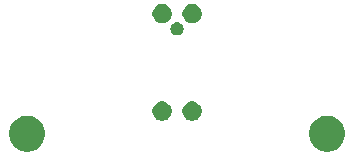
<source format=gbr>
G04 #@! TF.GenerationSoftware,KiCad,Pcbnew,(5.0.0)*
G04 #@! TF.CreationDate,2019-10-20T18:36:36-05:00*
G04 #@! TF.ProjectId,LaserDiode_Breakout_Hardware,4C6173657244696F64655F427265616B,rev?*
G04 #@! TF.SameCoordinates,Original*
G04 #@! TF.FileFunction,Soldermask,Bot*
G04 #@! TF.FilePolarity,Negative*
%FSLAX46Y46*%
G04 Gerber Fmt 4.6, Leading zero omitted, Abs format (unit mm)*
G04 Created by KiCad (PCBNEW (5.0.0)) date 10/20/19 18:36:36*
%MOMM*%
%LPD*%
G01*
G04 APERTURE LIST*
%ADD10C,0.100000*%
G04 APERTURE END LIST*
D10*
G36*
X-714712643Y109444913D02*
X-714565407Y109415626D01*
X-714288021Y109300729D01*
X-714189729Y109235052D01*
X-714038376Y109133921D01*
X-713826079Y108921624D01*
X-713826077Y108921621D01*
X-713659271Y108671979D01*
X-713544374Y108394593D01*
X-713485800Y108100121D01*
X-713485800Y107799879D01*
X-713544374Y107505407D01*
X-713659271Y107228021D01*
X-713824953Y106980062D01*
X-713826079Y106978376D01*
X-714038376Y106766079D01*
X-714038379Y106766077D01*
X-714288021Y106599271D01*
X-714565407Y106484374D01*
X-714712643Y106455087D01*
X-714859878Y106425800D01*
X-715160122Y106425800D01*
X-715307357Y106455087D01*
X-715454593Y106484374D01*
X-715731979Y106599271D01*
X-715981621Y106766077D01*
X-715981624Y106766079D01*
X-716193921Y106978376D01*
X-716195047Y106980062D01*
X-716360729Y107228021D01*
X-716475626Y107505407D01*
X-716534200Y107799879D01*
X-716534200Y108100121D01*
X-716475626Y108394593D01*
X-716360729Y108671979D01*
X-716193923Y108921621D01*
X-716193921Y108921624D01*
X-715981624Y109133921D01*
X-715830271Y109235052D01*
X-715731979Y109300729D01*
X-715454593Y109415626D01*
X-715307357Y109444913D01*
X-715160122Y109474200D01*
X-714859878Y109474200D01*
X-714712643Y109444913D01*
X-714712643Y109444913D01*
G37*
G36*
X-740112643Y109444913D02*
X-739965407Y109415626D01*
X-739688021Y109300729D01*
X-739589729Y109235052D01*
X-739438376Y109133921D01*
X-739226079Y108921624D01*
X-739226077Y108921621D01*
X-739059271Y108671979D01*
X-738944374Y108394593D01*
X-738885800Y108100121D01*
X-738885800Y107799879D01*
X-738944374Y107505407D01*
X-739059271Y107228021D01*
X-739224953Y106980062D01*
X-739226079Y106978376D01*
X-739438376Y106766079D01*
X-739438379Y106766077D01*
X-739688021Y106599271D01*
X-739965407Y106484374D01*
X-740112643Y106455087D01*
X-740259878Y106425800D01*
X-740560122Y106425800D01*
X-740707357Y106455087D01*
X-740854593Y106484374D01*
X-741131979Y106599271D01*
X-741381621Y106766077D01*
X-741381624Y106766079D01*
X-741593921Y106978376D01*
X-741595047Y106980062D01*
X-741760729Y107228021D01*
X-741875626Y107505407D01*
X-741934200Y107799879D01*
X-741934200Y108100121D01*
X-741875626Y108394593D01*
X-741760729Y108671979D01*
X-741593923Y108921621D01*
X-741593921Y108921624D01*
X-741381624Y109133921D01*
X-741230271Y109235052D01*
X-741131979Y109300729D01*
X-740854593Y109415626D01*
X-740707357Y109444913D01*
X-740560122Y109474200D01*
X-740259878Y109474200D01*
X-740112643Y109444913D01*
X-740112643Y109444913D01*
G37*
G36*
X-726202858Y110648309D02*
X-726054898Y110587021D01*
X-725921742Y110498049D01*
X-725808502Y110384809D01*
X-725719530Y110251653D01*
X-725658242Y110103693D01*
X-725627000Y109946626D01*
X-725627000Y109786476D01*
X-725658242Y109629409D01*
X-725719530Y109481449D01*
X-725808502Y109348293D01*
X-725921742Y109235053D01*
X-726054898Y109146081D01*
X-726054899Y109146080D01*
X-726054900Y109146080D01*
X-726084254Y109133921D01*
X-726202858Y109084793D01*
X-726359925Y109053551D01*
X-726520075Y109053551D01*
X-726677142Y109084793D01*
X-726795746Y109133921D01*
X-726825100Y109146080D01*
X-726825101Y109146080D01*
X-726825102Y109146081D01*
X-726958258Y109235053D01*
X-727071498Y109348293D01*
X-727160470Y109481449D01*
X-727221758Y109629409D01*
X-727253000Y109786476D01*
X-727253000Y109946626D01*
X-727221758Y110103693D01*
X-727160470Y110251653D01*
X-727071498Y110384809D01*
X-726958258Y110498049D01*
X-726825102Y110587021D01*
X-726677142Y110648309D01*
X-726520075Y110679551D01*
X-726359925Y110679551D01*
X-726202858Y110648309D01*
X-726202858Y110648309D01*
G37*
G36*
X-728742858Y110648309D02*
X-728594898Y110587021D01*
X-728461742Y110498049D01*
X-728348502Y110384809D01*
X-728259530Y110251653D01*
X-728198242Y110103693D01*
X-728167000Y109946626D01*
X-728167000Y109786476D01*
X-728198242Y109629409D01*
X-728259530Y109481449D01*
X-728348502Y109348293D01*
X-728461742Y109235053D01*
X-728594898Y109146081D01*
X-728594899Y109146080D01*
X-728594900Y109146080D01*
X-728624254Y109133921D01*
X-728742858Y109084793D01*
X-728899925Y109053551D01*
X-729060075Y109053551D01*
X-729217142Y109084793D01*
X-729335746Y109133921D01*
X-729365100Y109146080D01*
X-729365101Y109146080D01*
X-729365102Y109146081D01*
X-729498258Y109235053D01*
X-729611498Y109348293D01*
X-729700470Y109481449D01*
X-729761758Y109629409D01*
X-729793000Y109786476D01*
X-729793000Y109946626D01*
X-729761758Y110103693D01*
X-729700470Y110251653D01*
X-729611498Y110384809D01*
X-729498258Y110498049D01*
X-729365102Y110587021D01*
X-729217142Y110648309D01*
X-729060075Y110679551D01*
X-728899925Y110679551D01*
X-728742858Y110648309D01*
X-728742858Y110648309D01*
G37*
G36*
X-727546947Y117377519D02*
X-727496080Y117356449D01*
X-727445214Y117335380D01*
X-727354892Y117275028D01*
X-727353655Y117274202D01*
X-727275798Y117196345D01*
X-727275796Y117196342D01*
X-727214620Y117104786D01*
X-727193551Y117053920D01*
X-727172481Y117003053D01*
X-727151000Y116895058D01*
X-727151000Y116784942D01*
X-727172481Y116676947D01*
X-727193551Y116626080D01*
X-727214620Y116575214D01*
X-727214621Y116575213D01*
X-727275798Y116483655D01*
X-727353655Y116405798D01*
X-727353658Y116405796D01*
X-727445214Y116344620D01*
X-727496080Y116323551D01*
X-727546947Y116302481D01*
X-727654942Y116281000D01*
X-727765058Y116281000D01*
X-727873053Y116302481D01*
X-727923920Y116323551D01*
X-727974786Y116344620D01*
X-728066342Y116405796D01*
X-728066345Y116405798D01*
X-728144202Y116483655D01*
X-728205379Y116575213D01*
X-728205380Y116575214D01*
X-728226449Y116626080D01*
X-728247519Y116676947D01*
X-728269000Y116784942D01*
X-728269000Y116895058D01*
X-728247519Y117003053D01*
X-728226449Y117053920D01*
X-728205380Y117104786D01*
X-728144204Y117196342D01*
X-728144202Y117196345D01*
X-728066345Y117274202D01*
X-728065108Y117275028D01*
X-727974786Y117335380D01*
X-727923920Y117356449D01*
X-727873053Y117377519D01*
X-727765058Y117399000D01*
X-727654942Y117399000D01*
X-727546947Y117377519D01*
X-727546947Y117377519D01*
G37*
G36*
X-726202858Y118891758D02*
X-726054898Y118830470D01*
X-725921742Y118741498D01*
X-725808502Y118628258D01*
X-725719530Y118495102D01*
X-725658242Y118347142D01*
X-725627000Y118190075D01*
X-725627000Y118029925D01*
X-725658242Y117872858D01*
X-725719530Y117724898D01*
X-725808502Y117591742D01*
X-725921742Y117478502D01*
X-726054898Y117389530D01*
X-726202858Y117328242D01*
X-726359925Y117297000D01*
X-726520075Y117297000D01*
X-726677142Y117328242D01*
X-726825102Y117389530D01*
X-726958258Y117478502D01*
X-727071498Y117591742D01*
X-727160470Y117724898D01*
X-727221758Y117872858D01*
X-727253000Y118029925D01*
X-727253000Y118190075D01*
X-727221758Y118347142D01*
X-727160470Y118495102D01*
X-727071498Y118628258D01*
X-726958258Y118741498D01*
X-726825102Y118830470D01*
X-726677142Y118891758D01*
X-726520075Y118923000D01*
X-726359925Y118923000D01*
X-726202858Y118891758D01*
X-726202858Y118891758D01*
G37*
G36*
X-728742858Y118891758D02*
X-728594898Y118830470D01*
X-728461742Y118741498D01*
X-728348502Y118628258D01*
X-728259530Y118495102D01*
X-728198242Y118347142D01*
X-728167000Y118190075D01*
X-728167000Y118029925D01*
X-728198242Y117872858D01*
X-728259530Y117724898D01*
X-728348502Y117591742D01*
X-728461742Y117478502D01*
X-728594898Y117389530D01*
X-728742858Y117328242D01*
X-728899925Y117297000D01*
X-729060075Y117297000D01*
X-729217142Y117328242D01*
X-729365102Y117389530D01*
X-729498258Y117478502D01*
X-729611498Y117591742D01*
X-729700470Y117724898D01*
X-729761758Y117872858D01*
X-729793000Y118029925D01*
X-729793000Y118190075D01*
X-729761758Y118347142D01*
X-729700470Y118495102D01*
X-729611498Y118628258D01*
X-729498258Y118741498D01*
X-729365102Y118830470D01*
X-729217142Y118891758D01*
X-729060075Y118923000D01*
X-728899925Y118923000D01*
X-728742858Y118891758D01*
X-728742858Y118891758D01*
G37*
M02*

</source>
